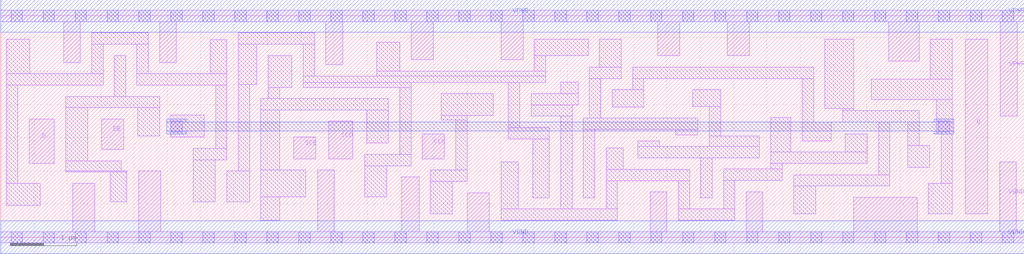
<source format=lef>
# Copyright 2020 The SkyWater PDK Authors
#
# Licensed under the Apache License, Version 2.0 (the "License");
# you may not use this file except in compliance with the License.
# You may obtain a copy of the License at
#
#     https://www.apache.org/licenses/LICENSE-2.0
#
# Unless required by applicable law or agreed to in writing, software
# distributed under the License is distributed on an "AS IS" BASIS,
# WITHOUT WARRANTIES OR CONDITIONS OF ANY KIND, either express or implied.
# See the License for the specific language governing permissions and
# limitations under the License.
#
# SPDX-License-Identifier: Apache-2.0

VERSION 5.7 ;
  NAMESCASESENSITIVE ON ;
  NOWIREEXTENSIONATPIN ON ;
  DIVIDERCHAR "/" ;
  BUSBITCHARS "[]" ;
UNITS
  DATABASE MICRONS 200 ;
END UNITS
MACRO sky130_fd_sc_ls__sedfxtp_1
  CLASS CORE ;
  SOURCE USER ;
  FOREIGN sky130_fd_sc_ls__sedfxtp_1 ;
  ORIGIN  0.000000  0.000000 ;
  SIZE  15.36000 BY  3.330000 ;
  SYMMETRY X Y ;
  SITE unit ;
  PIN D
    ANTENNAGATEAREA  0.159000 ;
    DIRECTION INPUT ;
    USE SIGNAL ;
    PORT
      LAYER li1 ;
        RECT 0.425000 1.110000 0.805000 1.780000 ;
    END
  END D
  PIN DE
    ANTENNAGATEAREA  0.318000 ;
    DIRECTION INPUT ;
    USE SIGNAL ;
    PORT
      LAYER li1 ;
        RECT 1.515000 1.320000 1.845000 1.780000 ;
    END
  END DE
  PIN Q
    ANTENNADIFFAREA  0.518900 ;
    DIRECTION OUTPUT ;
    USE SIGNAL ;
    PORT
      LAYER li1 ;
        RECT 14.475000 0.350000 14.815000 2.980000 ;
    END
  END Q
  PIN SCD
    ANTENNAGATEAREA  0.159000 ;
    DIRECTION INPUT ;
    USE SIGNAL ;
    PORT
      LAYER li1 ;
        RECT 4.925000 1.180000 5.280000 1.745000 ;
    END
  END SCD
  PIN SCE
    ANTENNAGATEAREA  0.318000 ;
    DIRECTION INPUT ;
    USE SIGNAL ;
    PORT
      LAYER li1 ;
        RECT 4.400000 1.180000 4.730000 1.510000 ;
    END
  END SCE
  PIN CLK
    ANTENNAGATEAREA  0.279000 ;
    DIRECTION INPUT ;
    USE CLOCK ;
    PORT
      LAYER li1 ;
        RECT 6.330000 1.180000 6.660000 1.550000 ;
    END
  END CLK
  PIN VGND
    DIRECTION INOUT ;
    SHAPE ABUTMENT ;
    USE GROUND ;
    PORT
      LAYER li1 ;
        RECT  0.000000 -0.085000 15.360000 0.085000 ;
        RECT  1.080000  0.085000  1.410000 0.810000 ;
        RECT  2.070000  0.085000  2.400000 0.995000 ;
        RECT  4.755000  0.085000  5.005000 1.010000 ;
        RECT  6.020000  0.085000  6.280000 0.905000 ;
        RECT  7.005000  0.085000  7.335000 0.670000 ;
        RECT  9.750000  0.085000 10.000000 0.680000 ;
        RECT 11.190000  0.085000 11.440000 0.685000 ;
        RECT 12.800000  0.085000 13.755000 0.600000 ;
        RECT 14.995000  0.085000 15.245000 1.130000 ;
      LAYER mcon ;
        RECT  0.155000 -0.085000  0.325000 0.085000 ;
        RECT  0.635000 -0.085000  0.805000 0.085000 ;
        RECT  1.115000 -0.085000  1.285000 0.085000 ;
        RECT  1.595000 -0.085000  1.765000 0.085000 ;
        RECT  2.075000 -0.085000  2.245000 0.085000 ;
        RECT  2.555000 -0.085000  2.725000 0.085000 ;
        RECT  3.035000 -0.085000  3.205000 0.085000 ;
        RECT  3.515000 -0.085000  3.685000 0.085000 ;
        RECT  3.995000 -0.085000  4.165000 0.085000 ;
        RECT  4.475000 -0.085000  4.645000 0.085000 ;
        RECT  4.955000 -0.085000  5.125000 0.085000 ;
        RECT  5.435000 -0.085000  5.605000 0.085000 ;
        RECT  5.915000 -0.085000  6.085000 0.085000 ;
        RECT  6.395000 -0.085000  6.565000 0.085000 ;
        RECT  6.875000 -0.085000  7.045000 0.085000 ;
        RECT  7.355000 -0.085000  7.525000 0.085000 ;
        RECT  7.835000 -0.085000  8.005000 0.085000 ;
        RECT  8.315000 -0.085000  8.485000 0.085000 ;
        RECT  8.795000 -0.085000  8.965000 0.085000 ;
        RECT  9.275000 -0.085000  9.445000 0.085000 ;
        RECT  9.755000 -0.085000  9.925000 0.085000 ;
        RECT 10.235000 -0.085000 10.405000 0.085000 ;
        RECT 10.715000 -0.085000 10.885000 0.085000 ;
        RECT 11.195000 -0.085000 11.365000 0.085000 ;
        RECT 11.675000 -0.085000 11.845000 0.085000 ;
        RECT 12.155000 -0.085000 12.325000 0.085000 ;
        RECT 12.635000 -0.085000 12.805000 0.085000 ;
        RECT 13.115000 -0.085000 13.285000 0.085000 ;
        RECT 13.595000 -0.085000 13.765000 0.085000 ;
        RECT 14.075000 -0.085000 14.245000 0.085000 ;
        RECT 14.555000 -0.085000 14.725000 0.085000 ;
        RECT 15.035000 -0.085000 15.205000 0.085000 ;
      LAYER met1 ;
        RECT 0.000000 -0.245000 15.360000 0.245000 ;
    END
  END VGND
  PIN VPWR
    DIRECTION INOUT ;
    SHAPE ABUTMENT ;
    USE POWER ;
    PORT
      LAYER li1 ;
        RECT  0.000000 3.245000 15.360000 3.415000 ;
        RECT  0.945000 2.630000  1.195000 3.245000 ;
        RECT  2.385000 2.630000  2.635000 3.245000 ;
        RECT  4.880000 2.595000  5.130000 3.245000 ;
        RECT  6.160000 2.670000  6.490000 3.245000 ;
        RECT  7.510000 2.670000  7.840000 3.245000 ;
        RECT  9.865000 2.730000 10.195000 3.245000 ;
        RECT 10.905000 2.730000 11.235000 3.245000 ;
        RECT 13.330000 2.650000 13.785000 3.245000 ;
        RECT 15.005000 1.820000 15.255000 3.245000 ;
      LAYER mcon ;
        RECT  0.155000 3.245000  0.325000 3.415000 ;
        RECT  0.635000 3.245000  0.805000 3.415000 ;
        RECT  1.115000 3.245000  1.285000 3.415000 ;
        RECT  1.595000 3.245000  1.765000 3.415000 ;
        RECT  2.075000 3.245000  2.245000 3.415000 ;
        RECT  2.555000 3.245000  2.725000 3.415000 ;
        RECT  3.035000 3.245000  3.205000 3.415000 ;
        RECT  3.515000 3.245000  3.685000 3.415000 ;
        RECT  3.995000 3.245000  4.165000 3.415000 ;
        RECT  4.475000 3.245000  4.645000 3.415000 ;
        RECT  4.955000 3.245000  5.125000 3.415000 ;
        RECT  5.435000 3.245000  5.605000 3.415000 ;
        RECT  5.915000 3.245000  6.085000 3.415000 ;
        RECT  6.395000 3.245000  6.565000 3.415000 ;
        RECT  6.875000 3.245000  7.045000 3.415000 ;
        RECT  7.355000 3.245000  7.525000 3.415000 ;
        RECT  7.835000 3.245000  8.005000 3.415000 ;
        RECT  8.315000 3.245000  8.485000 3.415000 ;
        RECT  8.795000 3.245000  8.965000 3.415000 ;
        RECT  9.275000 3.245000  9.445000 3.415000 ;
        RECT  9.755000 3.245000  9.925000 3.415000 ;
        RECT 10.235000 3.245000 10.405000 3.415000 ;
        RECT 10.715000 3.245000 10.885000 3.415000 ;
        RECT 11.195000 3.245000 11.365000 3.415000 ;
        RECT 11.675000 3.245000 11.845000 3.415000 ;
        RECT 12.155000 3.245000 12.325000 3.415000 ;
        RECT 12.635000 3.245000 12.805000 3.415000 ;
        RECT 13.115000 3.245000 13.285000 3.415000 ;
        RECT 13.595000 3.245000 13.765000 3.415000 ;
        RECT 14.075000 3.245000 14.245000 3.415000 ;
        RECT 14.555000 3.245000 14.725000 3.415000 ;
        RECT 15.035000 3.245000 15.205000 3.415000 ;
      LAYER met1 ;
        RECT 0.000000 3.085000 15.360000 3.575000 ;
    END
  END VPWR
  OBS
    LAYER li1 ;
      RECT  0.085000 0.480000  0.590000 0.810000 ;
      RECT  0.085000 0.810000  0.255000 2.290000 ;
      RECT  0.085000 2.290000  1.535000 2.460000 ;
      RECT  0.085000 2.460000  0.435000 2.980000 ;
      RECT  0.975000 0.980000  1.890000 0.995000 ;
      RECT  0.975000 0.995000  1.810000 1.150000 ;
      RECT  0.975000 1.150000  1.305000 1.950000 ;
      RECT  0.975000 1.950000  2.385000 2.120000 ;
      RECT  1.365000 2.460000  1.535000 2.905000 ;
      RECT  1.365000 2.905000  2.215000 3.075000 ;
      RECT  1.640000 0.535000  1.890000 0.980000 ;
      RECT  1.705000 2.120000  1.875000 2.735000 ;
      RECT  2.045000 2.290000  3.395000 2.460000 ;
      RECT  2.045000 2.460000  2.215000 2.905000 ;
      RECT  2.055000 1.520000  2.385000 1.950000 ;
      RECT  2.555000 1.505000  3.055000 1.835000 ;
      RECT  2.890000 0.535000  3.220000 1.165000 ;
      RECT  2.890000 1.165000  3.395000 1.335000 ;
      RECT  3.145000 2.460000  3.395000 2.975000 ;
      RECT  3.225000 1.335000  3.395000 2.290000 ;
      RECT  3.390000 0.535000  3.735000 0.995000 ;
      RECT  3.565000 0.995000  3.735000 2.295000 ;
      RECT  3.565000 2.295000  3.845000 2.905000 ;
      RECT  3.565000 2.905000  4.710000 3.075000 ;
      RECT  3.905000 0.255000  4.185000 0.605000 ;
      RECT  3.905000 0.605000  4.575000 1.010000 ;
      RECT  3.905000 1.010000  4.185000 1.915000 ;
      RECT  3.905000 1.915000  5.820000 2.085000 ;
      RECT  4.015000 2.085000  4.185000 2.255000 ;
      RECT  4.015000 2.255000  4.370000 2.735000 ;
      RECT  4.540000 2.255000  6.160000 2.330000 ;
      RECT  4.540000 2.330000  8.180000 2.425000 ;
      RECT  4.540000 2.425000  4.710000 2.905000 ;
      RECT  5.465000 0.605000  5.795000 1.075000 ;
      RECT  5.465000 1.075000  6.160000 1.245000 ;
      RECT  5.490000 1.415000  5.820000 1.915000 ;
      RECT  5.640000 2.425000  8.180000 2.500000 ;
      RECT  5.640000 2.500000  5.990000 2.935000 ;
      RECT  5.990000 1.245000  6.160000 2.255000 ;
      RECT  6.450000 0.350000  6.780000 0.840000 ;
      RECT  6.450000 0.840000  7.000000 1.010000 ;
      RECT  6.610000 1.760000  7.000000 1.830000 ;
      RECT  6.610000 1.830000  7.390000 2.160000 ;
      RECT  6.830000 1.010000  7.000000 1.760000 ;
      RECT  7.515000 0.255000  9.255000 0.425000 ;
      RECT  7.515000 0.425000  7.765000 1.130000 ;
      RECT  7.620000 1.480000  8.235000 1.650000 ;
      RECT  7.620000 1.650000  7.790000 2.330000 ;
      RECT  7.960000 1.820000  8.575000 1.990000 ;
      RECT  7.960000 1.990000  8.665000 2.160000 ;
      RECT  7.985000 0.595000  8.235000 1.480000 ;
      RECT  8.010000 2.500000  8.180000 2.730000 ;
      RECT  8.010000 2.730000  8.815000 2.980000 ;
      RECT  8.405000 0.425000  8.575000 1.820000 ;
      RECT  8.405000 2.160000  8.665000 2.335000 ;
      RECT  8.745000 0.595000  8.915000 1.620000 ;
      RECT  8.745000 1.620000 10.465000 1.790000 ;
      RECT  8.835000 1.790000  9.005000 2.390000 ;
      RECT  8.835000 2.390000  9.315000 2.560000 ;
      RECT  8.985000 2.560000  9.315000 2.980000 ;
      RECT  9.085000 0.425000  9.255000 0.850000 ;
      RECT  9.085000 0.850000 10.340000 1.020000 ;
      RECT  9.085000 1.020000  9.340000 1.345000 ;
      RECT  9.175000 1.960000  9.655000 2.220000 ;
      RECT  9.485000 2.220000  9.655000 2.390000 ;
      RECT  9.485000 2.390000 12.200000 2.560000 ;
      RECT  9.565000 1.190000  9.895000 1.195000 ;
      RECT  9.565000 1.195000 11.385000 1.365000 ;
      RECT  9.565000 1.365000  9.895000 1.450000 ;
      RECT 10.135000 1.535000 10.465000 1.620000 ;
      RECT 10.135000 1.790000 10.465000 1.795000 ;
      RECT 10.170000 0.255000 11.020000 0.425000 ;
      RECT 10.170000 0.425000 10.340000 0.850000 ;
      RECT 10.385000 1.970000 10.805000 2.220000 ;
      RECT 10.510000 0.595000 10.680000 1.195000 ;
      RECT 10.635000 1.365000 11.385000 1.525000 ;
      RECT 10.635000 1.525000 10.805000 1.970000 ;
      RECT 10.850000 0.425000 11.020000 0.855000 ;
      RECT 10.850000 0.855000 11.730000 1.025000 ;
      RECT 11.560000 1.025000 11.730000 1.110000 ;
      RECT 11.560000 1.110000 13.005000 1.280000 ;
      RECT 11.560000 1.280000 11.860000 1.800000 ;
      RECT 11.900000 0.350000 12.230000 0.770000 ;
      RECT 11.900000 0.770000 13.345000 0.940000 ;
      RECT 12.030000 1.450000 12.465000 1.735000 ;
      RECT 12.030000 1.735000 12.200000 2.390000 ;
      RECT 12.370000 1.940000 12.805000 2.980000 ;
      RECT 12.635000 1.735000 13.785000 1.905000 ;
      RECT 12.635000 1.905000 12.805000 1.940000 ;
      RECT 12.675000 1.280000 13.005000 1.555000 ;
      RECT 13.065000 2.075000 14.285000 2.380000 ;
      RECT 13.175000 0.940000 13.345000 1.735000 ;
      RECT 13.615000 1.050000 13.945000 1.380000 ;
      RECT 13.615000 1.380000 13.785000 1.735000 ;
      RECT 13.925000 0.350000 14.285000 0.810000 ;
      RECT 13.955000 2.380000 14.285000 2.980000 ;
      RECT 14.045000 1.550000 14.285000 2.075000 ;
      RECT 14.115000 0.810000 14.285000 1.550000 ;
    LAYER mcon ;
      RECT  2.555000 1.580000  2.725000 1.750000 ;
      RECT 14.075000 1.580000 14.245000 1.750000 ;
    LAYER met1 ;
      RECT  2.495000 1.550000  2.785000 1.595000 ;
      RECT  2.495000 1.595000 14.305000 1.735000 ;
      RECT  2.495000 1.735000  2.785000 1.780000 ;
      RECT 14.015000 1.550000 14.305000 1.595000 ;
      RECT 14.015000 1.735000 14.305000 1.780000 ;
  END
END sky130_fd_sc_ls__sedfxtp_1

</source>
